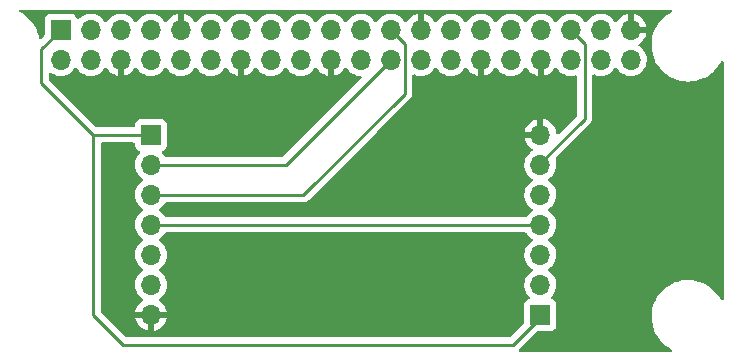
<source format=gbr>
G04 #@! TF.GenerationSoftware,KiCad,Pcbnew,(6.0.4)*
G04 #@! TF.CreationDate,2022-04-30T09:59:48+01:00*
G04 #@! TF.ProjectId,ANI_mirror_mask,414e495f-6d69-4727-926f-725f6d61736b,1.0*
G04 #@! TF.SameCoordinates,Original*
G04 #@! TF.FileFunction,Copper,L1,Top*
G04 #@! TF.FilePolarity,Positive*
%FSLAX46Y46*%
G04 Gerber Fmt 4.6, Leading zero omitted, Abs format (unit mm)*
G04 Created by KiCad (PCBNEW (6.0.4)) date 2022-04-30 09:59:48*
%MOMM*%
%LPD*%
G01*
G04 APERTURE LIST*
G04 #@! TA.AperFunction,ComponentPad*
%ADD10R,1.700000X1.700000*%
G04 #@! TD*
G04 #@! TA.AperFunction,ComponentPad*
%ADD11O,1.700000X1.700000*%
G04 #@! TD*
G04 #@! TA.AperFunction,Conductor*
%ADD12C,0.250000*%
G04 #@! TD*
G04 APERTURE END LIST*
D10*
X133547000Y-102188000D03*
D11*
X133547000Y-104728000D03*
X133547000Y-107268000D03*
X133547000Y-109808000D03*
X133547000Y-112348000D03*
X133547000Y-114888000D03*
X133547000Y-117428000D03*
X166517000Y-102188000D03*
X166517000Y-104728000D03*
X166517000Y-107268000D03*
X166517000Y-109808000D03*
X166517000Y-112348000D03*
X166517000Y-114888000D03*
D10*
X166517000Y-117428000D03*
X125902000Y-93293000D03*
D11*
X125902000Y-95833000D03*
X128442000Y-93293000D03*
X128442000Y-95833000D03*
X130982000Y-93293000D03*
X130982000Y-95833000D03*
X133522000Y-93293000D03*
X133522000Y-95833000D03*
X136062000Y-93293000D03*
X136062000Y-95833000D03*
X138602000Y-93293000D03*
X138602000Y-95833000D03*
X141142000Y-93293000D03*
X141142000Y-95833000D03*
X143682000Y-93293000D03*
X143682000Y-95833000D03*
X146222000Y-93293000D03*
X146222000Y-95833000D03*
X148762000Y-93293000D03*
X148762000Y-95833000D03*
X151302000Y-93293000D03*
X151302000Y-95833000D03*
X153842000Y-93293000D03*
X153842000Y-95833000D03*
X156382000Y-93293000D03*
X156382000Y-95833000D03*
X158922000Y-93293000D03*
X158922000Y-95833000D03*
X161462000Y-93293000D03*
X161462000Y-95833000D03*
X164002000Y-93293000D03*
X164002000Y-95833000D03*
X166542000Y-93293000D03*
X166542000Y-95833000D03*
X169082000Y-93293000D03*
X169082000Y-95833000D03*
X171622000Y-93293000D03*
X171622000Y-95833000D03*
X174162000Y-93293000D03*
X174162000Y-95833000D03*
D12*
X124256521Y-97792521D02*
X128652000Y-102188000D01*
X128652000Y-102188000D02*
X133757000Y-102188000D01*
X125902000Y-93293000D02*
X124256521Y-94938479D01*
X166332000Y-117428000D02*
X166332000Y-117848000D01*
X131192000Y-119968000D02*
X128652000Y-117428000D01*
X166332000Y-117848000D02*
X164212000Y-119968000D01*
X124256521Y-94938479D02*
X124256521Y-97792521D01*
X164212000Y-119968000D02*
X131192000Y-119968000D01*
X128652000Y-117428000D02*
X128652000Y-102188000D01*
X166332000Y-109808000D02*
X133757000Y-109808000D01*
X133757000Y-107268000D02*
X146432000Y-107268000D01*
X155016511Y-94467511D02*
X153842000Y-93293000D01*
X155016511Y-98683489D02*
X155016511Y-94467511D01*
X146432000Y-107268000D02*
X155016511Y-98683489D01*
X170256511Y-100803489D02*
X170256511Y-94467511D01*
X166332000Y-104728000D02*
X170256511Y-100803489D01*
X170256511Y-94467511D02*
X169082000Y-93293000D01*
X144947000Y-104728000D02*
X153842000Y-95833000D01*
X133757000Y-104728000D02*
X144947000Y-104728000D01*
G04 #@! TA.AperFunction,Conductor*
G36*
X177613421Y-91596502D02*
G01*
X177659914Y-91650158D01*
X177670018Y-91720432D01*
X177640524Y-91785012D01*
X177606866Y-91812435D01*
X177366498Y-91947047D01*
X177366493Y-91947050D01*
X177363381Y-91948793D01*
X177360485Y-91950878D01*
X177360480Y-91950881D01*
X177225062Y-92048369D01*
X177077605Y-92154523D01*
X177074969Y-92156917D01*
X177074967Y-92156919D01*
X176897733Y-92317907D01*
X176816954Y-92391281D01*
X176795425Y-92415830D01*
X176620770Y-92614986D01*
X176584781Y-92656023D01*
X176384071Y-92945347D01*
X176382380Y-92948494D01*
X176382377Y-92948499D01*
X176333749Y-93039000D01*
X176217402Y-93255532D01*
X176086919Y-93582590D01*
X175994299Y-93922317D01*
X175993757Y-93925839D01*
X175941858Y-94263032D01*
X175940732Y-94270345D01*
X175940592Y-94273909D01*
X175928243Y-94588229D01*
X175926908Y-94622200D01*
X175953004Y-94973358D01*
X176018684Y-95319304D01*
X176123104Y-95655592D01*
X176124545Y-95658867D01*
X176186511Y-95799695D01*
X176264921Y-95977897D01*
X176442313Y-96282076D01*
X176652999Y-96564219D01*
X176655443Y-96566817D01*
X176655448Y-96566823D01*
X176884097Y-96809883D01*
X176894270Y-96820697D01*
X176960532Y-96876792D01*
X177137925Y-97026966D01*
X177163024Y-97048214D01*
X177165988Y-97050194D01*
X177165990Y-97050196D01*
X177449711Y-97239772D01*
X177455807Y-97243845D01*
X177458989Y-97245484D01*
X177458991Y-97245485D01*
X177765670Y-97403436D01*
X177765675Y-97403438D01*
X177768853Y-97405075D01*
X177772194Y-97406341D01*
X177772199Y-97406343D01*
X177961140Y-97477926D01*
X178098139Y-97529830D01*
X178101603Y-97530710D01*
X178101607Y-97530711D01*
X178435963Y-97615627D01*
X178435971Y-97615629D01*
X178439430Y-97616507D01*
X178611152Y-97639878D01*
X178785347Y-97663585D01*
X178785354Y-97663586D01*
X178788340Y-97663992D01*
X178903081Y-97668500D01*
X179121198Y-97668500D01*
X179262756Y-97660462D01*
X179379992Y-97653805D01*
X179379999Y-97653804D01*
X179383560Y-97653602D01*
X179521883Y-97629834D01*
X179727082Y-97594575D01*
X179727090Y-97594573D01*
X179730600Y-97593970D01*
X179734025Y-97592972D01*
X179734028Y-97592971D01*
X180065221Y-97496436D01*
X180068659Y-97495434D01*
X180393390Y-97359263D01*
X180596556Y-97245485D01*
X180697502Y-97188953D01*
X180697507Y-97188950D01*
X180700619Y-97187207D01*
X180703515Y-97185122D01*
X180703520Y-97185119D01*
X180877694Y-97059731D01*
X180986395Y-96981477D01*
X181018581Y-96952242D01*
X181244405Y-96747118D01*
X181244406Y-96747117D01*
X181247046Y-96744719D01*
X181427214Y-96539277D01*
X181476868Y-96482658D01*
X181476869Y-96482656D01*
X181479219Y-96479977D01*
X181501669Y-96447616D01*
X181583360Y-96329857D01*
X181679929Y-96190653D01*
X181786509Y-95992299D01*
X181836371Y-95941761D01*
X181905641Y-95926202D01*
X181972327Y-95950564D01*
X182015256Y-96007112D01*
X182023500Y-96051939D01*
X182023500Y-116076756D01*
X182003498Y-116144877D01*
X181949842Y-116191370D01*
X181879568Y-116201474D01*
X181814988Y-116171980D01*
X181788657Y-116140232D01*
X181691571Y-115973756D01*
X181621687Y-115853924D01*
X181411001Y-115571781D01*
X181408557Y-115569183D01*
X181408552Y-115569177D01*
X181172180Y-115317907D01*
X181172176Y-115317904D01*
X181169730Y-115315303D01*
X180979809Y-115154523D01*
X180903698Y-115090090D01*
X180903694Y-115090087D01*
X180900976Y-115087786D01*
X180706600Y-114957908D01*
X180611170Y-114894144D01*
X180611168Y-114894143D01*
X180608193Y-114892155D01*
X180600126Y-114888000D01*
X180298330Y-114732564D01*
X180298325Y-114732562D01*
X180295147Y-114730925D01*
X180291806Y-114729659D01*
X180291801Y-114729657D01*
X179969205Y-114607437D01*
X179969206Y-114607437D01*
X179965861Y-114606170D01*
X179962397Y-114605290D01*
X179962393Y-114605289D01*
X179628037Y-114520373D01*
X179628029Y-114520371D01*
X179624570Y-114519493D01*
X179452848Y-114496122D01*
X179278653Y-114472415D01*
X179278646Y-114472414D01*
X179275660Y-114472008D01*
X179160919Y-114467500D01*
X178942802Y-114467500D01*
X178801244Y-114475538D01*
X178684008Y-114482195D01*
X178684001Y-114482196D01*
X178680440Y-114482398D01*
X178542117Y-114506166D01*
X178336918Y-114541425D01*
X178336910Y-114541427D01*
X178333400Y-114542030D01*
X178329975Y-114543028D01*
X178329972Y-114543029D01*
X178116370Y-114605289D01*
X177995341Y-114640566D01*
X177992039Y-114641951D01*
X177992038Y-114641951D01*
X177923904Y-114670522D01*
X177670610Y-114776737D01*
X177540571Y-114849562D01*
X177366498Y-114947047D01*
X177366493Y-114947050D01*
X177363381Y-114948793D01*
X177360485Y-114950878D01*
X177360480Y-114950881D01*
X177213761Y-115056504D01*
X177077605Y-115154523D01*
X177074969Y-115156917D01*
X177074967Y-115156919D01*
X176897733Y-115317907D01*
X176816954Y-115391281D01*
X176814603Y-115393962D01*
X176646683Y-115585438D01*
X176584781Y-115656023D01*
X176384071Y-115945347D01*
X176382381Y-115948492D01*
X176382377Y-115948499D01*
X176283364Y-116132771D01*
X176217402Y-116255532D01*
X176086919Y-116582590D01*
X175994299Y-116922317D01*
X175993757Y-116925839D01*
X175956173Y-117170027D01*
X175940732Y-117270345D01*
X175940592Y-117273909D01*
X175929089Y-117566700D01*
X175926908Y-117622200D01*
X175953004Y-117973358D01*
X176018684Y-118319304D01*
X176019742Y-118322713D01*
X176019744Y-118322719D01*
X176037673Y-118380460D01*
X176123104Y-118655592D01*
X176124545Y-118658867D01*
X176157914Y-118734703D01*
X176264921Y-118977897D01*
X176442313Y-119282076D01*
X176652999Y-119564219D01*
X176655443Y-119566817D01*
X176655448Y-119566823D01*
X176891820Y-119818093D01*
X176894270Y-119820697D01*
X176896999Y-119823007D01*
X177086652Y-119983560D01*
X177163024Y-120048214D01*
X177165988Y-120050194D01*
X177165990Y-120050196D01*
X177367917Y-120185119D01*
X177455807Y-120243845D01*
X177458989Y-120245484D01*
X177458991Y-120245485D01*
X177606552Y-120321484D01*
X177657954Y-120370457D01*
X177674720Y-120439446D01*
X177651525Y-120506547D01*
X177595736Y-120550456D01*
X177548860Y-120559500D01*
X164820594Y-120559500D01*
X164752473Y-120539498D01*
X164705980Y-120485842D01*
X164695876Y-120415568D01*
X164725370Y-120350988D01*
X164731499Y-120344405D01*
X166252500Y-118823405D01*
X166314812Y-118789379D01*
X166341595Y-118786500D01*
X167415134Y-118786500D01*
X167477316Y-118779745D01*
X167613705Y-118728615D01*
X167730261Y-118641261D01*
X167817615Y-118524705D01*
X167868745Y-118388316D01*
X167875500Y-118326134D01*
X167875500Y-116529866D01*
X167868745Y-116467684D01*
X167817615Y-116331295D01*
X167730261Y-116214739D01*
X167613705Y-116127385D01*
X167586905Y-116117338D01*
X167495203Y-116082960D01*
X167438439Y-116040318D01*
X167413739Y-115973756D01*
X167428947Y-115904408D01*
X167450493Y-115875727D01*
X167468251Y-115858031D01*
X167555096Y-115771489D01*
X167614594Y-115688689D01*
X167682435Y-115594277D01*
X167685453Y-115590077D01*
X167693080Y-115574646D01*
X167782136Y-115394453D01*
X167782137Y-115394451D01*
X167784430Y-115389811D01*
X167849370Y-115176069D01*
X167878529Y-114954590D01*
X167880006Y-114894144D01*
X167880074Y-114891365D01*
X167880074Y-114891361D01*
X167880156Y-114888000D01*
X167861852Y-114665361D01*
X167807431Y-114448702D01*
X167718354Y-114243840D01*
X167597014Y-114056277D01*
X167446670Y-113891051D01*
X167442619Y-113887852D01*
X167442615Y-113887848D01*
X167275414Y-113755800D01*
X167275410Y-113755798D01*
X167271359Y-113752598D01*
X167230053Y-113729796D01*
X167180084Y-113679364D01*
X167165312Y-113609921D01*
X167190428Y-113543516D01*
X167217780Y-113516909D01*
X167261603Y-113485650D01*
X167396860Y-113389173D01*
X167555096Y-113231489D01*
X167614594Y-113148689D01*
X167682435Y-113054277D01*
X167685453Y-113050077D01*
X167784430Y-112849811D01*
X167849370Y-112636069D01*
X167878529Y-112414590D01*
X167880156Y-112348000D01*
X167861852Y-112125361D01*
X167807431Y-111908702D01*
X167718354Y-111703840D01*
X167597014Y-111516277D01*
X167446670Y-111351051D01*
X167442619Y-111347852D01*
X167442615Y-111347848D01*
X167275414Y-111215800D01*
X167275410Y-111215798D01*
X167271359Y-111212598D01*
X167230053Y-111189796D01*
X167180084Y-111139364D01*
X167165312Y-111069921D01*
X167190428Y-111003516D01*
X167217780Y-110976909D01*
X167261603Y-110945650D01*
X167396860Y-110849173D01*
X167555096Y-110691489D01*
X167614594Y-110608689D01*
X167682435Y-110514277D01*
X167685453Y-110510077D01*
X167689145Y-110502608D01*
X167782136Y-110314453D01*
X167782137Y-110314451D01*
X167784430Y-110309811D01*
X167849370Y-110096069D01*
X167878529Y-109874590D01*
X167880156Y-109808000D01*
X167861852Y-109585361D01*
X167807431Y-109368702D01*
X167718354Y-109163840D01*
X167597014Y-108976277D01*
X167446670Y-108811051D01*
X167442619Y-108807852D01*
X167442615Y-108807848D01*
X167275414Y-108675800D01*
X167275410Y-108675798D01*
X167271359Y-108672598D01*
X167230053Y-108649796D01*
X167180084Y-108599364D01*
X167165312Y-108529921D01*
X167190428Y-108463516D01*
X167217780Y-108436909D01*
X167261603Y-108405650D01*
X167396860Y-108309173D01*
X167555096Y-108151489D01*
X167614594Y-108068689D01*
X167682435Y-107974277D01*
X167685453Y-107970077D01*
X167689145Y-107962608D01*
X167782136Y-107774453D01*
X167782137Y-107774451D01*
X167784430Y-107769811D01*
X167849370Y-107556069D01*
X167878529Y-107334590D01*
X167880156Y-107268000D01*
X167861852Y-107045361D01*
X167807431Y-106828702D01*
X167718354Y-106623840D01*
X167597014Y-106436277D01*
X167446670Y-106271051D01*
X167442619Y-106267852D01*
X167442615Y-106267848D01*
X167275414Y-106135800D01*
X167275410Y-106135798D01*
X167271359Y-106132598D01*
X167230053Y-106109796D01*
X167180084Y-106059364D01*
X167165312Y-105989921D01*
X167190428Y-105923516D01*
X167217780Y-105896909D01*
X167261603Y-105865650D01*
X167396860Y-105769173D01*
X167555096Y-105611489D01*
X167614594Y-105528689D01*
X167682435Y-105434277D01*
X167685453Y-105430077D01*
X167689145Y-105422608D01*
X167782136Y-105234453D01*
X167782137Y-105234451D01*
X167784430Y-105229811D01*
X167849370Y-105016069D01*
X167878529Y-104794590D01*
X167880156Y-104728000D01*
X167861852Y-104505361D01*
X167807431Y-104288702D01*
X167799144Y-104269643D01*
X167790323Y-104199199D01*
X167825598Y-104130306D01*
X170648758Y-101307146D01*
X170657048Y-101299602D01*
X170663529Y-101295489D01*
X170710170Y-101245821D01*
X170712924Y-101242980D01*
X170732646Y-101223258D01*
X170735123Y-101220065D01*
X170742828Y-101211044D01*
X170773097Y-101178810D01*
X170776918Y-101171860D01*
X170782857Y-101161057D01*
X170793713Y-101144530D01*
X170801268Y-101134791D01*
X170801269Y-101134789D01*
X170806125Y-101128529D01*
X170823685Y-101087949D01*
X170828902Y-101077301D01*
X170846386Y-101045498D01*
X170846387Y-101045496D01*
X170850206Y-101038549D01*
X170855244Y-101018926D01*
X170861648Y-101000223D01*
X170866544Y-100988909D01*
X170866544Y-100988908D01*
X170869692Y-100981634D01*
X170870931Y-100973811D01*
X170870934Y-100973801D01*
X170876610Y-100937965D01*
X170879016Y-100926345D01*
X170888039Y-100891200D01*
X170888039Y-100891199D01*
X170890011Y-100883519D01*
X170890011Y-100863265D01*
X170891562Y-100843554D01*
X170893491Y-100831375D01*
X170894731Y-100823546D01*
X170890570Y-100779527D01*
X170890011Y-100767670D01*
X170890011Y-97190725D01*
X170910013Y-97122604D01*
X170963669Y-97076111D01*
X171033943Y-97066007D01*
X171060961Y-97073015D01*
X171241692Y-97142030D01*
X171246760Y-97143061D01*
X171246763Y-97143062D01*
X171341862Y-97162410D01*
X171460597Y-97186567D01*
X171465772Y-97186757D01*
X171465774Y-97186757D01*
X171678673Y-97194564D01*
X171678677Y-97194564D01*
X171683837Y-97194753D01*
X171688957Y-97194097D01*
X171688959Y-97194097D01*
X171900288Y-97167025D01*
X171900289Y-97167025D01*
X171905416Y-97166368D01*
X171910376Y-97164880D01*
X172114429Y-97103661D01*
X172114434Y-97103659D01*
X172119384Y-97102174D01*
X172319994Y-97003896D01*
X172501860Y-96874173D01*
X172660096Y-96716489D01*
X172790453Y-96535077D01*
X172791776Y-96536028D01*
X172838645Y-96492857D01*
X172908580Y-96480625D01*
X172974026Y-96508144D01*
X173001875Y-96539994D01*
X173016720Y-96564219D01*
X173061987Y-96638088D01*
X173208250Y-96806938D01*
X173380126Y-96949632D01*
X173573000Y-97062338D01*
X173781692Y-97142030D01*
X173786760Y-97143061D01*
X173786763Y-97143062D01*
X173881862Y-97162410D01*
X174000597Y-97186567D01*
X174005772Y-97186757D01*
X174005774Y-97186757D01*
X174218673Y-97194564D01*
X174218677Y-97194564D01*
X174223837Y-97194753D01*
X174228957Y-97194097D01*
X174228959Y-97194097D01*
X174440288Y-97167025D01*
X174440289Y-97167025D01*
X174445416Y-97166368D01*
X174450376Y-97164880D01*
X174654429Y-97103661D01*
X174654434Y-97103659D01*
X174659384Y-97102174D01*
X174859994Y-97003896D01*
X175041860Y-96874173D01*
X175200096Y-96716489D01*
X175330453Y-96535077D01*
X175333125Y-96529672D01*
X175427136Y-96339453D01*
X175427137Y-96339451D01*
X175429430Y-96334811D01*
X175494370Y-96121069D01*
X175523529Y-95899590D01*
X175525156Y-95833000D01*
X175506852Y-95610361D01*
X175452431Y-95393702D01*
X175363354Y-95188840D01*
X175242014Y-95001277D01*
X175091670Y-94836051D01*
X175087619Y-94832852D01*
X175087615Y-94832848D01*
X174920414Y-94700800D01*
X174920410Y-94700798D01*
X174916359Y-94697598D01*
X174874569Y-94674529D01*
X174824598Y-94624097D01*
X174809826Y-94554654D01*
X174834942Y-94488248D01*
X174862294Y-94461641D01*
X175037328Y-94336792D01*
X175045200Y-94330139D01*
X175196052Y-94179812D01*
X175202730Y-94171965D01*
X175327003Y-93999020D01*
X175332313Y-93990183D01*
X175426670Y-93799267D01*
X175430469Y-93789672D01*
X175492377Y-93585910D01*
X175494555Y-93575837D01*
X175495986Y-93564962D01*
X175493775Y-93550778D01*
X175480617Y-93547000D01*
X174034000Y-93547000D01*
X173965879Y-93526998D01*
X173919386Y-93473342D01*
X173908000Y-93421000D01*
X173908000Y-93020885D01*
X174416000Y-93020885D01*
X174420475Y-93036124D01*
X174421865Y-93037329D01*
X174429548Y-93039000D01*
X175480344Y-93039000D01*
X175493875Y-93035027D01*
X175495180Y-93025947D01*
X175453214Y-92858875D01*
X175449894Y-92849124D01*
X175364972Y-92653814D01*
X175360105Y-92644739D01*
X175244426Y-92465926D01*
X175238136Y-92457757D01*
X175094806Y-92300240D01*
X175087273Y-92293215D01*
X174920139Y-92161222D01*
X174911552Y-92155517D01*
X174725117Y-92052599D01*
X174715705Y-92048369D01*
X174514959Y-91977280D01*
X174504988Y-91974646D01*
X174433837Y-91961972D01*
X174420540Y-91963432D01*
X174416000Y-91977989D01*
X174416000Y-93020885D01*
X173908000Y-93020885D01*
X173908000Y-91976102D01*
X173904082Y-91962758D01*
X173889806Y-91960771D01*
X173851324Y-91966660D01*
X173841288Y-91969051D01*
X173638868Y-92035212D01*
X173629359Y-92039209D01*
X173440463Y-92137542D01*
X173431738Y-92143036D01*
X173261433Y-92270905D01*
X173253726Y-92277748D01*
X173106590Y-92431717D01*
X173100109Y-92439722D01*
X172995498Y-92593074D01*
X172940587Y-92638076D01*
X172870062Y-92646247D01*
X172806315Y-92614993D01*
X172785618Y-92590509D01*
X172704822Y-92465617D01*
X172704820Y-92465614D01*
X172702014Y-92461277D01*
X172551670Y-92296051D01*
X172547619Y-92292852D01*
X172547615Y-92292848D01*
X172380414Y-92160800D01*
X172380410Y-92160798D01*
X172376359Y-92157598D01*
X172367016Y-92152440D01*
X172301785Y-92116431D01*
X172180789Y-92049638D01*
X172175920Y-92047914D01*
X172175916Y-92047912D01*
X171975087Y-91976795D01*
X171975083Y-91976794D01*
X171970212Y-91975069D01*
X171965119Y-91974162D01*
X171965116Y-91974161D01*
X171755373Y-91936800D01*
X171755367Y-91936799D01*
X171750284Y-91935894D01*
X171676452Y-91934992D01*
X171532081Y-91933228D01*
X171532079Y-91933228D01*
X171526911Y-91933165D01*
X171306091Y-91966955D01*
X171093756Y-92036357D01*
X171020757Y-92074358D01*
X170939936Y-92116431D01*
X170895607Y-92139507D01*
X170891474Y-92142610D01*
X170891471Y-92142612D01*
X170721100Y-92270530D01*
X170716965Y-92273635D01*
X170713393Y-92277373D01*
X170605729Y-92390037D01*
X170562629Y-92435138D01*
X170455201Y-92592621D01*
X170400293Y-92637621D01*
X170329768Y-92645792D01*
X170266021Y-92614538D01*
X170245324Y-92590054D01*
X170164822Y-92465617D01*
X170164820Y-92465614D01*
X170162014Y-92461277D01*
X170011670Y-92296051D01*
X170007619Y-92292852D01*
X170007615Y-92292848D01*
X169840414Y-92160800D01*
X169840410Y-92160798D01*
X169836359Y-92157598D01*
X169827016Y-92152440D01*
X169761785Y-92116431D01*
X169640789Y-92049638D01*
X169635920Y-92047914D01*
X169635916Y-92047912D01*
X169435087Y-91976795D01*
X169435083Y-91976794D01*
X169430212Y-91975069D01*
X169425119Y-91974162D01*
X169425116Y-91974161D01*
X169215373Y-91936800D01*
X169215367Y-91936799D01*
X169210284Y-91935894D01*
X169136452Y-91934992D01*
X168992081Y-91933228D01*
X168992079Y-91933228D01*
X168986911Y-91933165D01*
X168766091Y-91966955D01*
X168553756Y-92036357D01*
X168480757Y-92074358D01*
X168399936Y-92116431D01*
X168355607Y-92139507D01*
X168351474Y-92142610D01*
X168351471Y-92142612D01*
X168181100Y-92270530D01*
X168176965Y-92273635D01*
X168173393Y-92277373D01*
X168065729Y-92390037D01*
X168022629Y-92435138D01*
X167915201Y-92592621D01*
X167860293Y-92637621D01*
X167789768Y-92645792D01*
X167726021Y-92614538D01*
X167705324Y-92590054D01*
X167624822Y-92465617D01*
X167624820Y-92465614D01*
X167622014Y-92461277D01*
X167471670Y-92296051D01*
X167467619Y-92292852D01*
X167467615Y-92292848D01*
X167300414Y-92160800D01*
X167300410Y-92160798D01*
X167296359Y-92157598D01*
X167287016Y-92152440D01*
X167221785Y-92116431D01*
X167100789Y-92049638D01*
X167095920Y-92047914D01*
X167095916Y-92047912D01*
X166895087Y-91976795D01*
X166895083Y-91976794D01*
X166890212Y-91975069D01*
X166885119Y-91974162D01*
X166885116Y-91974161D01*
X166675373Y-91936800D01*
X166675367Y-91936799D01*
X166670284Y-91935894D01*
X166596452Y-91934992D01*
X166452081Y-91933228D01*
X166452079Y-91933228D01*
X166446911Y-91933165D01*
X166226091Y-91966955D01*
X166013756Y-92036357D01*
X165940757Y-92074358D01*
X165859936Y-92116431D01*
X165815607Y-92139507D01*
X165811474Y-92142610D01*
X165811471Y-92142612D01*
X165641100Y-92270530D01*
X165636965Y-92273635D01*
X165633393Y-92277373D01*
X165525729Y-92390037D01*
X165482629Y-92435138D01*
X165375201Y-92592621D01*
X165320293Y-92637621D01*
X165249768Y-92645792D01*
X165186021Y-92614538D01*
X165165324Y-92590054D01*
X165084822Y-92465617D01*
X165084820Y-92465614D01*
X165082014Y-92461277D01*
X164931670Y-92296051D01*
X164927619Y-92292852D01*
X164927615Y-92292848D01*
X164760414Y-92160800D01*
X164760410Y-92160798D01*
X164756359Y-92157598D01*
X164747016Y-92152440D01*
X164681785Y-92116431D01*
X164560789Y-92049638D01*
X164555920Y-92047914D01*
X164555916Y-92047912D01*
X164355087Y-91976795D01*
X164355083Y-91976794D01*
X164350212Y-91975069D01*
X164345119Y-91974162D01*
X164345116Y-91974161D01*
X164135373Y-91936800D01*
X164135367Y-91936799D01*
X164130284Y-91935894D01*
X164056452Y-91934992D01*
X163912081Y-91933228D01*
X163912079Y-91933228D01*
X163906911Y-91933165D01*
X163686091Y-91966955D01*
X163473756Y-92036357D01*
X163400757Y-92074358D01*
X163319936Y-92116431D01*
X163275607Y-92139507D01*
X163271474Y-92142610D01*
X163271471Y-92142612D01*
X163101100Y-92270530D01*
X163096965Y-92273635D01*
X163093393Y-92277373D01*
X162985729Y-92390037D01*
X162942629Y-92435138D01*
X162835201Y-92592621D01*
X162780293Y-92637621D01*
X162709768Y-92645792D01*
X162646021Y-92614538D01*
X162625324Y-92590054D01*
X162544822Y-92465617D01*
X162544820Y-92465614D01*
X162542014Y-92461277D01*
X162391670Y-92296051D01*
X162387619Y-92292852D01*
X162387615Y-92292848D01*
X162220414Y-92160800D01*
X162220410Y-92160798D01*
X162216359Y-92157598D01*
X162207016Y-92152440D01*
X162141785Y-92116431D01*
X162020789Y-92049638D01*
X162015920Y-92047914D01*
X162015916Y-92047912D01*
X161815087Y-91976795D01*
X161815083Y-91976794D01*
X161810212Y-91975069D01*
X161805119Y-91974162D01*
X161805116Y-91974161D01*
X161595373Y-91936800D01*
X161595367Y-91936799D01*
X161590284Y-91935894D01*
X161516452Y-91934992D01*
X161372081Y-91933228D01*
X161372079Y-91933228D01*
X161366911Y-91933165D01*
X161146091Y-91966955D01*
X160933756Y-92036357D01*
X160860757Y-92074358D01*
X160779936Y-92116431D01*
X160735607Y-92139507D01*
X160731474Y-92142610D01*
X160731471Y-92142612D01*
X160561100Y-92270530D01*
X160556965Y-92273635D01*
X160553393Y-92277373D01*
X160445729Y-92390037D01*
X160402629Y-92435138D01*
X160295201Y-92592621D01*
X160240293Y-92637621D01*
X160169768Y-92645792D01*
X160106021Y-92614538D01*
X160085324Y-92590054D01*
X160004822Y-92465617D01*
X160004820Y-92465614D01*
X160002014Y-92461277D01*
X159851670Y-92296051D01*
X159847619Y-92292852D01*
X159847615Y-92292848D01*
X159680414Y-92160800D01*
X159680410Y-92160798D01*
X159676359Y-92157598D01*
X159667016Y-92152440D01*
X159601785Y-92116431D01*
X159480789Y-92049638D01*
X159475920Y-92047914D01*
X159475916Y-92047912D01*
X159275087Y-91976795D01*
X159275083Y-91976794D01*
X159270212Y-91975069D01*
X159265119Y-91974162D01*
X159265116Y-91974161D01*
X159055373Y-91936800D01*
X159055367Y-91936799D01*
X159050284Y-91935894D01*
X158976452Y-91934992D01*
X158832081Y-91933228D01*
X158832079Y-91933228D01*
X158826911Y-91933165D01*
X158606091Y-91966955D01*
X158393756Y-92036357D01*
X158320757Y-92074358D01*
X158239936Y-92116431D01*
X158195607Y-92139507D01*
X158191474Y-92142610D01*
X158191471Y-92142612D01*
X158021100Y-92270530D01*
X158016965Y-92273635D01*
X158013393Y-92277373D01*
X157905729Y-92390037D01*
X157862629Y-92435138D01*
X157755204Y-92592618D01*
X157754898Y-92593066D01*
X157699987Y-92638069D01*
X157629462Y-92646240D01*
X157565715Y-92614986D01*
X157545018Y-92590502D01*
X157464426Y-92465926D01*
X157458136Y-92457757D01*
X157314806Y-92300240D01*
X157307273Y-92293215D01*
X157140139Y-92161222D01*
X157131552Y-92155517D01*
X156945117Y-92052599D01*
X156935705Y-92048369D01*
X156734959Y-91977280D01*
X156724988Y-91974646D01*
X156653837Y-91961972D01*
X156640540Y-91963432D01*
X156636000Y-91977989D01*
X156636000Y-93421000D01*
X156615998Y-93489121D01*
X156562342Y-93535614D01*
X156510000Y-93547000D01*
X156254000Y-93547000D01*
X156185879Y-93526998D01*
X156139386Y-93473342D01*
X156128000Y-93421000D01*
X156128000Y-91976102D01*
X156124082Y-91962758D01*
X156109806Y-91960771D01*
X156071324Y-91966660D01*
X156061288Y-91969051D01*
X155858868Y-92035212D01*
X155849359Y-92039209D01*
X155660463Y-92137542D01*
X155651738Y-92143036D01*
X155481433Y-92270905D01*
X155473726Y-92277748D01*
X155326590Y-92431717D01*
X155320109Y-92439722D01*
X155215498Y-92593074D01*
X155160587Y-92638076D01*
X155090062Y-92646247D01*
X155026315Y-92614993D01*
X155005618Y-92590509D01*
X154924822Y-92465617D01*
X154924820Y-92465614D01*
X154922014Y-92461277D01*
X154771670Y-92296051D01*
X154767619Y-92292852D01*
X154767615Y-92292848D01*
X154600414Y-92160800D01*
X154600410Y-92160798D01*
X154596359Y-92157598D01*
X154587016Y-92152440D01*
X154521785Y-92116431D01*
X154400789Y-92049638D01*
X154395920Y-92047914D01*
X154395916Y-92047912D01*
X154195087Y-91976795D01*
X154195083Y-91976794D01*
X154190212Y-91975069D01*
X154185119Y-91974162D01*
X154185116Y-91974161D01*
X153975373Y-91936800D01*
X153975367Y-91936799D01*
X153970284Y-91935894D01*
X153896452Y-91934992D01*
X153752081Y-91933228D01*
X153752079Y-91933228D01*
X153746911Y-91933165D01*
X153526091Y-91966955D01*
X153313756Y-92036357D01*
X153240757Y-92074358D01*
X153159936Y-92116431D01*
X153115607Y-92139507D01*
X153111474Y-92142610D01*
X153111471Y-92142612D01*
X152941100Y-92270530D01*
X152936965Y-92273635D01*
X152933393Y-92277373D01*
X152825729Y-92390037D01*
X152782629Y-92435138D01*
X152675201Y-92592621D01*
X152620293Y-92637621D01*
X152549768Y-92645792D01*
X152486021Y-92614538D01*
X152465324Y-92590054D01*
X152384822Y-92465617D01*
X152384820Y-92465614D01*
X152382014Y-92461277D01*
X152231670Y-92296051D01*
X152227619Y-92292852D01*
X152227615Y-92292848D01*
X152060414Y-92160800D01*
X152060410Y-92160798D01*
X152056359Y-92157598D01*
X152047016Y-92152440D01*
X151981785Y-92116431D01*
X151860789Y-92049638D01*
X151855920Y-92047914D01*
X151855916Y-92047912D01*
X151655087Y-91976795D01*
X151655083Y-91976794D01*
X151650212Y-91975069D01*
X151645119Y-91974162D01*
X151645116Y-91974161D01*
X151435373Y-91936800D01*
X151435367Y-91936799D01*
X151430284Y-91935894D01*
X151356452Y-91934992D01*
X151212081Y-91933228D01*
X151212079Y-91933228D01*
X151206911Y-91933165D01*
X150986091Y-91966955D01*
X150773756Y-92036357D01*
X150700757Y-92074358D01*
X150619936Y-92116431D01*
X150575607Y-92139507D01*
X150571474Y-92142610D01*
X150571471Y-92142612D01*
X150401100Y-92270530D01*
X150396965Y-92273635D01*
X150393393Y-92277373D01*
X150285729Y-92390037D01*
X150242629Y-92435138D01*
X150135201Y-92592621D01*
X150080293Y-92637621D01*
X150009768Y-92645792D01*
X149946021Y-92614538D01*
X149925324Y-92590054D01*
X149844822Y-92465617D01*
X149844820Y-92465614D01*
X149842014Y-92461277D01*
X149691670Y-92296051D01*
X149687619Y-92292852D01*
X149687615Y-92292848D01*
X149520414Y-92160800D01*
X149520410Y-92160798D01*
X149516359Y-92157598D01*
X149507016Y-92152440D01*
X149441785Y-92116431D01*
X149320789Y-92049638D01*
X149315920Y-92047914D01*
X149315916Y-92047912D01*
X149115087Y-91976795D01*
X149115083Y-91976794D01*
X149110212Y-91975069D01*
X149105119Y-91974162D01*
X149105116Y-91974161D01*
X148895373Y-91936800D01*
X148895367Y-91936799D01*
X148890284Y-91935894D01*
X148816452Y-91934992D01*
X148672081Y-91933228D01*
X148672079Y-91933228D01*
X148666911Y-91933165D01*
X148446091Y-91966955D01*
X148233756Y-92036357D01*
X148160757Y-92074358D01*
X148079936Y-92116431D01*
X148035607Y-92139507D01*
X148031474Y-92142610D01*
X148031471Y-92142612D01*
X147861100Y-92270530D01*
X147856965Y-92273635D01*
X147853393Y-92277373D01*
X147745729Y-92390037D01*
X147702629Y-92435138D01*
X147595201Y-92592621D01*
X147540293Y-92637621D01*
X147469768Y-92645792D01*
X147406021Y-92614538D01*
X147385324Y-92590054D01*
X147304822Y-92465617D01*
X147304820Y-92465614D01*
X147302014Y-92461277D01*
X147151670Y-92296051D01*
X147147619Y-92292852D01*
X147147615Y-92292848D01*
X146980414Y-92160800D01*
X146980410Y-92160798D01*
X146976359Y-92157598D01*
X146967016Y-92152440D01*
X146901785Y-92116431D01*
X146780789Y-92049638D01*
X146775920Y-92047914D01*
X146775916Y-92047912D01*
X146575087Y-91976795D01*
X146575083Y-91976794D01*
X146570212Y-91975069D01*
X146565119Y-91974162D01*
X146565116Y-91974161D01*
X146355373Y-91936800D01*
X146355367Y-91936799D01*
X146350284Y-91935894D01*
X146276452Y-91934992D01*
X146132081Y-91933228D01*
X146132079Y-91933228D01*
X146126911Y-91933165D01*
X145906091Y-91966955D01*
X145693756Y-92036357D01*
X145620757Y-92074358D01*
X145539936Y-92116431D01*
X145495607Y-92139507D01*
X145491474Y-92142610D01*
X145491471Y-92142612D01*
X145321100Y-92270530D01*
X145316965Y-92273635D01*
X145313393Y-92277373D01*
X145205729Y-92390037D01*
X145162629Y-92435138D01*
X145055201Y-92592621D01*
X145000293Y-92637621D01*
X144929768Y-92645792D01*
X144866021Y-92614538D01*
X144845324Y-92590054D01*
X144764822Y-92465617D01*
X144764820Y-92465614D01*
X144762014Y-92461277D01*
X144611670Y-92296051D01*
X144607619Y-92292852D01*
X144607615Y-92292848D01*
X144440414Y-92160800D01*
X144440410Y-92160798D01*
X144436359Y-92157598D01*
X144427016Y-92152440D01*
X144361785Y-92116431D01*
X144240789Y-92049638D01*
X144235920Y-92047914D01*
X144235916Y-92047912D01*
X144035087Y-91976795D01*
X144035083Y-91976794D01*
X144030212Y-91975069D01*
X144025119Y-91974162D01*
X144025116Y-91974161D01*
X143815373Y-91936800D01*
X143815367Y-91936799D01*
X143810284Y-91935894D01*
X143736452Y-91934992D01*
X143592081Y-91933228D01*
X143592079Y-91933228D01*
X143586911Y-91933165D01*
X143366091Y-91966955D01*
X143153756Y-92036357D01*
X143080757Y-92074358D01*
X142999936Y-92116431D01*
X142955607Y-92139507D01*
X142951474Y-92142610D01*
X142951471Y-92142612D01*
X142781100Y-92270530D01*
X142776965Y-92273635D01*
X142773393Y-92277373D01*
X142665729Y-92390037D01*
X142622629Y-92435138D01*
X142515201Y-92592621D01*
X142460293Y-92637621D01*
X142389768Y-92645792D01*
X142326021Y-92614538D01*
X142305324Y-92590054D01*
X142224822Y-92465617D01*
X142224820Y-92465614D01*
X142222014Y-92461277D01*
X142071670Y-92296051D01*
X142067619Y-92292852D01*
X142067615Y-92292848D01*
X141900414Y-92160800D01*
X141900410Y-92160798D01*
X141896359Y-92157598D01*
X141887016Y-92152440D01*
X141821785Y-92116431D01*
X141700789Y-92049638D01*
X141695920Y-92047914D01*
X141695916Y-92047912D01*
X141495087Y-91976795D01*
X141495083Y-91976794D01*
X141490212Y-91975069D01*
X141485119Y-91974162D01*
X141485116Y-91974161D01*
X141275373Y-91936800D01*
X141275367Y-91936799D01*
X141270284Y-91935894D01*
X141196452Y-91934992D01*
X141052081Y-91933228D01*
X141052079Y-91933228D01*
X141046911Y-91933165D01*
X140826091Y-91966955D01*
X140613756Y-92036357D01*
X140540757Y-92074358D01*
X140459936Y-92116431D01*
X140415607Y-92139507D01*
X140411474Y-92142610D01*
X140411471Y-92142612D01*
X140241100Y-92270530D01*
X140236965Y-92273635D01*
X140233393Y-92277373D01*
X140125729Y-92390037D01*
X140082629Y-92435138D01*
X139975201Y-92592621D01*
X139920293Y-92637621D01*
X139849768Y-92645792D01*
X139786021Y-92614538D01*
X139765324Y-92590054D01*
X139684822Y-92465617D01*
X139684820Y-92465614D01*
X139682014Y-92461277D01*
X139531670Y-92296051D01*
X139527619Y-92292852D01*
X139527615Y-92292848D01*
X139360414Y-92160800D01*
X139360410Y-92160798D01*
X139356359Y-92157598D01*
X139347016Y-92152440D01*
X139281785Y-92116431D01*
X139160789Y-92049638D01*
X139155920Y-92047914D01*
X139155916Y-92047912D01*
X138955087Y-91976795D01*
X138955083Y-91976794D01*
X138950212Y-91975069D01*
X138945119Y-91974162D01*
X138945116Y-91974161D01*
X138735373Y-91936800D01*
X138735367Y-91936799D01*
X138730284Y-91935894D01*
X138656452Y-91934992D01*
X138512081Y-91933228D01*
X138512079Y-91933228D01*
X138506911Y-91933165D01*
X138286091Y-91966955D01*
X138073756Y-92036357D01*
X138000757Y-92074358D01*
X137919936Y-92116431D01*
X137875607Y-92139507D01*
X137871474Y-92142610D01*
X137871471Y-92142612D01*
X137701100Y-92270530D01*
X137696965Y-92273635D01*
X137693393Y-92277373D01*
X137585729Y-92390037D01*
X137542629Y-92435138D01*
X137435204Y-92592618D01*
X137434898Y-92593066D01*
X137379987Y-92638069D01*
X137309462Y-92646240D01*
X137245715Y-92614986D01*
X137225018Y-92590502D01*
X137144426Y-92465926D01*
X137138136Y-92457757D01*
X136994806Y-92300240D01*
X136987273Y-92293215D01*
X136820139Y-92161222D01*
X136811552Y-92155517D01*
X136625117Y-92052599D01*
X136615705Y-92048369D01*
X136414959Y-91977280D01*
X136404988Y-91974646D01*
X136333837Y-91961972D01*
X136320540Y-91963432D01*
X136316000Y-91977989D01*
X136316000Y-93421000D01*
X136295998Y-93489121D01*
X136242342Y-93535614D01*
X136190000Y-93547000D01*
X135934000Y-93547000D01*
X135865879Y-93526998D01*
X135819386Y-93473342D01*
X135808000Y-93421000D01*
X135808000Y-91976102D01*
X135804082Y-91962758D01*
X135789806Y-91960771D01*
X135751324Y-91966660D01*
X135741288Y-91969051D01*
X135538868Y-92035212D01*
X135529359Y-92039209D01*
X135340463Y-92137542D01*
X135331738Y-92143036D01*
X135161433Y-92270905D01*
X135153726Y-92277748D01*
X135006590Y-92431717D01*
X135000109Y-92439722D01*
X134895498Y-92593074D01*
X134840587Y-92638076D01*
X134770062Y-92646247D01*
X134706315Y-92614993D01*
X134685618Y-92590509D01*
X134604822Y-92465617D01*
X134604820Y-92465614D01*
X134602014Y-92461277D01*
X134451670Y-92296051D01*
X134447619Y-92292852D01*
X134447615Y-92292848D01*
X134280414Y-92160800D01*
X134280410Y-92160798D01*
X134276359Y-92157598D01*
X134267016Y-92152440D01*
X134201785Y-92116431D01*
X134080789Y-92049638D01*
X134075920Y-92047914D01*
X134075916Y-92047912D01*
X133875087Y-91976795D01*
X133875083Y-91976794D01*
X133870212Y-91975069D01*
X133865119Y-91974162D01*
X133865116Y-91974161D01*
X133655373Y-91936800D01*
X133655367Y-91936799D01*
X133650284Y-91935894D01*
X133576452Y-91934992D01*
X133432081Y-91933228D01*
X133432079Y-91933228D01*
X133426911Y-91933165D01*
X133206091Y-91966955D01*
X132993756Y-92036357D01*
X132920757Y-92074358D01*
X132839936Y-92116431D01*
X132795607Y-92139507D01*
X132791474Y-92142610D01*
X132791471Y-92142612D01*
X132621100Y-92270530D01*
X132616965Y-92273635D01*
X132613393Y-92277373D01*
X132505729Y-92390037D01*
X132462629Y-92435138D01*
X132355201Y-92592621D01*
X132300293Y-92637621D01*
X132229768Y-92645792D01*
X132166021Y-92614538D01*
X132145324Y-92590054D01*
X132064822Y-92465617D01*
X132064820Y-92465614D01*
X132062014Y-92461277D01*
X131911670Y-92296051D01*
X131907619Y-92292852D01*
X131907615Y-92292848D01*
X131740414Y-92160800D01*
X131740410Y-92160798D01*
X131736359Y-92157598D01*
X131727016Y-92152440D01*
X131661785Y-92116431D01*
X131540789Y-92049638D01*
X131535920Y-92047914D01*
X131535916Y-92047912D01*
X131335087Y-91976795D01*
X131335083Y-91976794D01*
X131330212Y-91975069D01*
X131325119Y-91974162D01*
X131325116Y-91974161D01*
X131115373Y-91936800D01*
X131115367Y-91936799D01*
X131110284Y-91935894D01*
X131036452Y-91934992D01*
X130892081Y-91933228D01*
X130892079Y-91933228D01*
X130886911Y-91933165D01*
X130666091Y-91966955D01*
X130453756Y-92036357D01*
X130380757Y-92074358D01*
X130299936Y-92116431D01*
X130255607Y-92139507D01*
X130251474Y-92142610D01*
X130251471Y-92142612D01*
X130081100Y-92270530D01*
X130076965Y-92273635D01*
X130073393Y-92277373D01*
X129965729Y-92390037D01*
X129922629Y-92435138D01*
X129815201Y-92592621D01*
X129760293Y-92637621D01*
X129689768Y-92645792D01*
X129626021Y-92614538D01*
X129605324Y-92590054D01*
X129524822Y-92465617D01*
X129524820Y-92465614D01*
X129522014Y-92461277D01*
X129371670Y-92296051D01*
X129367619Y-92292852D01*
X129367615Y-92292848D01*
X129200414Y-92160800D01*
X129200410Y-92160798D01*
X129196359Y-92157598D01*
X129187016Y-92152440D01*
X129121785Y-92116431D01*
X129000789Y-92049638D01*
X128995920Y-92047914D01*
X128995916Y-92047912D01*
X128795087Y-91976795D01*
X128795083Y-91976794D01*
X128790212Y-91975069D01*
X128785119Y-91974162D01*
X128785116Y-91974161D01*
X128575373Y-91936800D01*
X128575367Y-91936799D01*
X128570284Y-91935894D01*
X128496452Y-91934992D01*
X128352081Y-91933228D01*
X128352079Y-91933228D01*
X128346911Y-91933165D01*
X128126091Y-91966955D01*
X127913756Y-92036357D01*
X127840757Y-92074358D01*
X127759936Y-92116431D01*
X127715607Y-92139507D01*
X127711474Y-92142610D01*
X127711471Y-92142612D01*
X127541100Y-92270530D01*
X127536965Y-92273635D01*
X127480537Y-92332684D01*
X127456283Y-92358064D01*
X127394759Y-92393494D01*
X127323846Y-92390037D01*
X127266060Y-92348791D01*
X127247207Y-92315243D01*
X127205767Y-92204703D01*
X127202615Y-92196295D01*
X127115261Y-92079739D01*
X126998705Y-91992385D01*
X126862316Y-91941255D01*
X126800134Y-91934500D01*
X125003866Y-91934500D01*
X124941684Y-91941255D01*
X124805295Y-91992385D01*
X124688739Y-92079739D01*
X124601385Y-92196295D01*
X124550255Y-92332684D01*
X124543500Y-92394866D01*
X124543500Y-93703405D01*
X124523498Y-93771526D01*
X124506595Y-93792500D01*
X124283508Y-94015587D01*
X124221196Y-94049613D01*
X124150381Y-94044548D01*
X124093545Y-94002001D01*
X124070624Y-93949995D01*
X124045983Y-93820208D01*
X124045982Y-93820204D01*
X124045316Y-93816696D01*
X124039905Y-93799267D01*
X123969673Y-93573086D01*
X123940896Y-93480408D01*
X123858435Y-93293000D01*
X123800522Y-93161382D01*
X123800520Y-93161379D01*
X123799079Y-93158103D01*
X123621687Y-92853924D01*
X123411001Y-92571781D01*
X123408557Y-92569183D01*
X123408552Y-92569177D01*
X123172180Y-92317907D01*
X123172176Y-92317904D01*
X123169730Y-92315303D01*
X122979809Y-92154523D01*
X122903698Y-92090090D01*
X122903694Y-92090087D01*
X122900976Y-92087786D01*
X122847624Y-92052137D01*
X122611170Y-91894144D01*
X122611168Y-91894143D01*
X122608193Y-91892155D01*
X122457448Y-91814516D01*
X122406046Y-91765543D01*
X122389280Y-91696554D01*
X122412475Y-91629453D01*
X122468264Y-91585544D01*
X122515140Y-91576500D01*
X177545300Y-91576500D01*
X177613421Y-91596502D01*
G37*
G04 #@! TD.AperFunction*
G04 #@! TA.AperFunction,Conductor*
G36*
X132130621Y-102841502D02*
G01*
X132177114Y-102895158D01*
X132188500Y-102947500D01*
X132188500Y-103086134D01*
X132195255Y-103148316D01*
X132246385Y-103284705D01*
X132333739Y-103401261D01*
X132450295Y-103488615D01*
X132458704Y-103491767D01*
X132458705Y-103491768D01*
X132567451Y-103532535D01*
X132624216Y-103575176D01*
X132648916Y-103641738D01*
X132633709Y-103711087D01*
X132614316Y-103737568D01*
X132487629Y-103870138D01*
X132361743Y-104054680D01*
X132267688Y-104257305D01*
X132207989Y-104472570D01*
X132184251Y-104694695D01*
X132184548Y-104699848D01*
X132184548Y-104699851D01*
X132190011Y-104794590D01*
X132197110Y-104917715D01*
X132198247Y-104922761D01*
X132198248Y-104922767D01*
X132218119Y-105010939D01*
X132246222Y-105135639D01*
X132306014Y-105282890D01*
X132323662Y-105326351D01*
X132330266Y-105342616D01*
X132446987Y-105533088D01*
X132593250Y-105701938D01*
X132765126Y-105844632D01*
X132835595Y-105885811D01*
X132838445Y-105887476D01*
X132887169Y-105939114D01*
X132900240Y-106008897D01*
X132873509Y-106074669D01*
X132833055Y-106108027D01*
X132820607Y-106114507D01*
X132816474Y-106117610D01*
X132816471Y-106117612D01*
X132792247Y-106135800D01*
X132641965Y-106248635D01*
X132487629Y-106410138D01*
X132361743Y-106594680D01*
X132267688Y-106797305D01*
X132207989Y-107012570D01*
X132184251Y-107234695D01*
X132184548Y-107239848D01*
X132184548Y-107239851D01*
X132190011Y-107334590D01*
X132197110Y-107457715D01*
X132198247Y-107462761D01*
X132198248Y-107462767D01*
X132218119Y-107550939D01*
X132246222Y-107675639D01*
X132306014Y-107822890D01*
X132323662Y-107866351D01*
X132330266Y-107882616D01*
X132446987Y-108073088D01*
X132593250Y-108241938D01*
X132765126Y-108384632D01*
X132835595Y-108425811D01*
X132838445Y-108427476D01*
X132887169Y-108479114D01*
X132900240Y-108548897D01*
X132873509Y-108614669D01*
X132833055Y-108648027D01*
X132820607Y-108654507D01*
X132816474Y-108657610D01*
X132816471Y-108657612D01*
X132792247Y-108675800D01*
X132641965Y-108788635D01*
X132487629Y-108950138D01*
X132361743Y-109134680D01*
X132267688Y-109337305D01*
X132207989Y-109552570D01*
X132184251Y-109774695D01*
X132184548Y-109779848D01*
X132184548Y-109779851D01*
X132190011Y-109874590D01*
X132197110Y-109997715D01*
X132198247Y-110002761D01*
X132198248Y-110002767D01*
X132218119Y-110090939D01*
X132246222Y-110215639D01*
X132330266Y-110422616D01*
X132332965Y-110427020D01*
X132444291Y-110608688D01*
X132446987Y-110613088D01*
X132593250Y-110781938D01*
X132765126Y-110924632D01*
X132835595Y-110965811D01*
X132838445Y-110967476D01*
X132887169Y-111019114D01*
X132900240Y-111088897D01*
X132873509Y-111154669D01*
X132833055Y-111188027D01*
X132820607Y-111194507D01*
X132816474Y-111197610D01*
X132816471Y-111197612D01*
X132792247Y-111215800D01*
X132641965Y-111328635D01*
X132487629Y-111490138D01*
X132361743Y-111674680D01*
X132267688Y-111877305D01*
X132207989Y-112092570D01*
X132184251Y-112314695D01*
X132184548Y-112319848D01*
X132184548Y-112319851D01*
X132190011Y-112414590D01*
X132197110Y-112537715D01*
X132198247Y-112542761D01*
X132198248Y-112542767D01*
X132218119Y-112630939D01*
X132246222Y-112755639D01*
X132330266Y-112962616D01*
X132446987Y-113153088D01*
X132593250Y-113321938D01*
X132765126Y-113464632D01*
X132835595Y-113505811D01*
X132838445Y-113507476D01*
X132887169Y-113559114D01*
X132900240Y-113628897D01*
X132873509Y-113694669D01*
X132833055Y-113728027D01*
X132820607Y-113734507D01*
X132816474Y-113737610D01*
X132816471Y-113737612D01*
X132792247Y-113755800D01*
X132641965Y-113868635D01*
X132487629Y-114030138D01*
X132361743Y-114214680D01*
X132267688Y-114417305D01*
X132207989Y-114632570D01*
X132184251Y-114854695D01*
X132184548Y-114859848D01*
X132184548Y-114859851D01*
X132190011Y-114954590D01*
X132197110Y-115077715D01*
X132198247Y-115082761D01*
X132198248Y-115082767D01*
X132218119Y-115170939D01*
X132246222Y-115295639D01*
X132330266Y-115502616D01*
X132372650Y-115571781D01*
X132424274Y-115656023D01*
X132446987Y-115693088D01*
X132593250Y-115861938D01*
X132765126Y-116004632D01*
X132826196Y-116040318D01*
X132838955Y-116047774D01*
X132887679Y-116099412D01*
X132900750Y-116169195D01*
X132874019Y-116234967D01*
X132833562Y-116268327D01*
X132825457Y-116272546D01*
X132816738Y-116278036D01*
X132646433Y-116405905D01*
X132638726Y-116412748D01*
X132491590Y-116566717D01*
X132485104Y-116574727D01*
X132365098Y-116750649D01*
X132360000Y-116759623D01*
X132270338Y-116952783D01*
X132266775Y-116962470D01*
X132211389Y-117162183D01*
X132212912Y-117170607D01*
X132225292Y-117174000D01*
X134865344Y-117174000D01*
X134878875Y-117170027D01*
X134880180Y-117160947D01*
X134838214Y-116993875D01*
X134834894Y-116984124D01*
X134749972Y-116788814D01*
X134745105Y-116779739D01*
X134629426Y-116600926D01*
X134623136Y-116592757D01*
X134479806Y-116435240D01*
X134472273Y-116428215D01*
X134305139Y-116296222D01*
X134296556Y-116290520D01*
X134259602Y-116270120D01*
X134209631Y-116219687D01*
X134194859Y-116150245D01*
X134219975Y-116083839D01*
X134247327Y-116057232D01*
X134271040Y-116040318D01*
X134426860Y-115929173D01*
X134585096Y-115771489D01*
X134644594Y-115688689D01*
X134712435Y-115594277D01*
X134715453Y-115590077D01*
X134723080Y-115574646D01*
X134812136Y-115394453D01*
X134812137Y-115394451D01*
X134814430Y-115389811D01*
X134879370Y-115176069D01*
X134908529Y-114954590D01*
X134910006Y-114894144D01*
X134910074Y-114891365D01*
X134910074Y-114891361D01*
X134910156Y-114888000D01*
X134891852Y-114665361D01*
X134837431Y-114448702D01*
X134748354Y-114243840D01*
X134627014Y-114056277D01*
X134476670Y-113891051D01*
X134472619Y-113887852D01*
X134472615Y-113887848D01*
X134305414Y-113755800D01*
X134305410Y-113755798D01*
X134301359Y-113752598D01*
X134260053Y-113729796D01*
X134210084Y-113679364D01*
X134195312Y-113609921D01*
X134220428Y-113543516D01*
X134247780Y-113516909D01*
X134291603Y-113485650D01*
X134426860Y-113389173D01*
X134585096Y-113231489D01*
X134644594Y-113148689D01*
X134712435Y-113054277D01*
X134715453Y-113050077D01*
X134814430Y-112849811D01*
X134879370Y-112636069D01*
X134908529Y-112414590D01*
X134910156Y-112348000D01*
X134891852Y-112125361D01*
X134837431Y-111908702D01*
X134748354Y-111703840D01*
X134627014Y-111516277D01*
X134476670Y-111351051D01*
X134472619Y-111347852D01*
X134472615Y-111347848D01*
X134305414Y-111215800D01*
X134305410Y-111215798D01*
X134301359Y-111212598D01*
X134260053Y-111189796D01*
X134210084Y-111139364D01*
X134195312Y-111069921D01*
X134220428Y-111003516D01*
X134247780Y-110976909D01*
X134291603Y-110945650D01*
X134426860Y-110849173D01*
X134585096Y-110691489D01*
X134644594Y-110608689D01*
X134712435Y-110514277D01*
X134715453Y-110510077D01*
X134717746Y-110505437D01*
X134719446Y-110502608D01*
X134771674Y-110454518D01*
X134827451Y-110441500D01*
X165241274Y-110441500D01*
X165309395Y-110461502D01*
X165348707Y-110501665D01*
X165416987Y-110613088D01*
X165563250Y-110781938D01*
X165735126Y-110924632D01*
X165805595Y-110965811D01*
X165808445Y-110967476D01*
X165857169Y-111019114D01*
X165870240Y-111088897D01*
X165843509Y-111154669D01*
X165803055Y-111188027D01*
X165790607Y-111194507D01*
X165786474Y-111197610D01*
X165786471Y-111197612D01*
X165762247Y-111215800D01*
X165611965Y-111328635D01*
X165457629Y-111490138D01*
X165331743Y-111674680D01*
X165237688Y-111877305D01*
X165177989Y-112092570D01*
X165154251Y-112314695D01*
X165154548Y-112319848D01*
X165154548Y-112319851D01*
X165160011Y-112414590D01*
X165167110Y-112537715D01*
X165168247Y-112542761D01*
X165168248Y-112542767D01*
X165188119Y-112630939D01*
X165216222Y-112755639D01*
X165300266Y-112962616D01*
X165416987Y-113153088D01*
X165563250Y-113321938D01*
X165735126Y-113464632D01*
X165805595Y-113505811D01*
X165808445Y-113507476D01*
X165857169Y-113559114D01*
X165870240Y-113628897D01*
X165843509Y-113694669D01*
X165803055Y-113728027D01*
X165790607Y-113734507D01*
X165786474Y-113737610D01*
X165786471Y-113737612D01*
X165762247Y-113755800D01*
X165611965Y-113868635D01*
X165457629Y-114030138D01*
X165331743Y-114214680D01*
X165237688Y-114417305D01*
X165177989Y-114632570D01*
X165154251Y-114854695D01*
X165154548Y-114859848D01*
X165154548Y-114859851D01*
X165160011Y-114954590D01*
X165167110Y-115077715D01*
X165168247Y-115082761D01*
X165168248Y-115082767D01*
X165188119Y-115170939D01*
X165216222Y-115295639D01*
X165300266Y-115502616D01*
X165342650Y-115571781D01*
X165394274Y-115656023D01*
X165416987Y-115693088D01*
X165563250Y-115861938D01*
X165567230Y-115865242D01*
X165571981Y-115869187D01*
X165611616Y-115928090D01*
X165613113Y-115999071D01*
X165575997Y-116059593D01*
X165535724Y-116084112D01*
X165420295Y-116127385D01*
X165303739Y-116214739D01*
X165216385Y-116331295D01*
X165165255Y-116467684D01*
X165158500Y-116529866D01*
X165158500Y-118073406D01*
X165138498Y-118141527D01*
X165121595Y-118162501D01*
X163986500Y-119297595D01*
X163924188Y-119331621D01*
X163897405Y-119334500D01*
X131506595Y-119334500D01*
X131438474Y-119314498D01*
X131417500Y-119297595D01*
X129815871Y-117695966D01*
X132215257Y-117695966D01*
X132245565Y-117830446D01*
X132248645Y-117840275D01*
X132328770Y-118037603D01*
X132333413Y-118046794D01*
X132444694Y-118228388D01*
X132450777Y-118236699D01*
X132590213Y-118397667D01*
X132597580Y-118404883D01*
X132761434Y-118540916D01*
X132769881Y-118546831D01*
X132953756Y-118654279D01*
X132963042Y-118658729D01*
X133162001Y-118734703D01*
X133171899Y-118737579D01*
X133275250Y-118758606D01*
X133289299Y-118757410D01*
X133293000Y-118747065D01*
X133293000Y-118746517D01*
X133801000Y-118746517D01*
X133805064Y-118760359D01*
X133818478Y-118762393D01*
X133825184Y-118761534D01*
X133835262Y-118759392D01*
X134039255Y-118698191D01*
X134048842Y-118694433D01*
X134240095Y-118600739D01*
X134248945Y-118595464D01*
X134422328Y-118471792D01*
X134430200Y-118465139D01*
X134581052Y-118314812D01*
X134587730Y-118306965D01*
X134712003Y-118134020D01*
X134717313Y-118125183D01*
X134811670Y-117934267D01*
X134815469Y-117924672D01*
X134877377Y-117720910D01*
X134879555Y-117710837D01*
X134880986Y-117699962D01*
X134878775Y-117685778D01*
X134865617Y-117682000D01*
X133819115Y-117682000D01*
X133803876Y-117686475D01*
X133802671Y-117687865D01*
X133801000Y-117695548D01*
X133801000Y-118746517D01*
X133293000Y-118746517D01*
X133293000Y-117700115D01*
X133288525Y-117684876D01*
X133287135Y-117683671D01*
X133279452Y-117682000D01*
X132230225Y-117682000D01*
X132216694Y-117685973D01*
X132215257Y-117695966D01*
X129815871Y-117695966D01*
X129322405Y-117202500D01*
X129288379Y-117140188D01*
X129285500Y-117113405D01*
X129285500Y-102947500D01*
X129305502Y-102879379D01*
X129359158Y-102832886D01*
X129411500Y-102821500D01*
X132062500Y-102821500D01*
X132130621Y-102841502D01*
G37*
G04 #@! TD.AperFunction*
G04 #@! TA.AperFunction,Conductor*
G36*
X161658121Y-95599002D02*
G01*
X161704614Y-95652658D01*
X161716000Y-95705000D01*
X161716000Y-97151517D01*
X161720064Y-97165359D01*
X161733478Y-97167393D01*
X161740184Y-97166534D01*
X161750262Y-97164392D01*
X161954255Y-97103191D01*
X161963842Y-97099433D01*
X162155095Y-97005739D01*
X162163945Y-97000464D01*
X162337328Y-96876792D01*
X162345200Y-96870139D01*
X162496052Y-96719812D01*
X162502730Y-96711965D01*
X162630022Y-96534819D01*
X162631279Y-96535722D01*
X162678373Y-96492362D01*
X162748311Y-96480145D01*
X162813751Y-96507678D01*
X162841579Y-96539511D01*
X162856720Y-96564219D01*
X162901987Y-96638088D01*
X163048250Y-96806938D01*
X163220126Y-96949632D01*
X163413000Y-97062338D01*
X163621692Y-97142030D01*
X163626760Y-97143061D01*
X163626763Y-97143062D01*
X163721862Y-97162410D01*
X163840597Y-97186567D01*
X163845772Y-97186757D01*
X163845774Y-97186757D01*
X164058673Y-97194564D01*
X164058677Y-97194564D01*
X164063837Y-97194753D01*
X164068957Y-97194097D01*
X164068959Y-97194097D01*
X164280288Y-97167025D01*
X164280289Y-97167025D01*
X164285416Y-97166368D01*
X164290376Y-97164880D01*
X164494429Y-97103661D01*
X164494434Y-97103659D01*
X164499384Y-97102174D01*
X164699994Y-97003896D01*
X164881860Y-96874173D01*
X165040096Y-96716489D01*
X165170453Y-96535077D01*
X165171640Y-96535930D01*
X165218960Y-96492362D01*
X165288897Y-96480145D01*
X165354338Y-96507678D01*
X165382166Y-96539511D01*
X165439694Y-96633388D01*
X165445777Y-96641699D01*
X165585213Y-96802667D01*
X165592580Y-96809883D01*
X165756434Y-96945916D01*
X165764881Y-96951831D01*
X165948756Y-97059279D01*
X165958042Y-97063729D01*
X166157001Y-97139703D01*
X166166899Y-97142579D01*
X166270250Y-97163606D01*
X166284299Y-97162410D01*
X166288000Y-97152065D01*
X166288000Y-95705000D01*
X166308002Y-95636879D01*
X166361658Y-95590386D01*
X166414000Y-95579000D01*
X166670000Y-95579000D01*
X166738121Y-95599002D01*
X166784614Y-95652658D01*
X166796000Y-95705000D01*
X166796000Y-97151517D01*
X166800064Y-97165359D01*
X166813478Y-97167393D01*
X166820184Y-97166534D01*
X166830262Y-97164392D01*
X167034255Y-97103191D01*
X167043842Y-97099433D01*
X167235095Y-97005739D01*
X167243945Y-97000464D01*
X167417328Y-96876792D01*
X167425200Y-96870139D01*
X167576052Y-96719812D01*
X167582730Y-96711965D01*
X167710022Y-96534819D01*
X167711279Y-96535722D01*
X167758373Y-96492362D01*
X167828311Y-96480145D01*
X167893751Y-96507678D01*
X167921579Y-96539511D01*
X167936720Y-96564219D01*
X167981987Y-96638088D01*
X168128250Y-96806938D01*
X168300126Y-96949632D01*
X168493000Y-97062338D01*
X168701692Y-97142030D01*
X168706760Y-97143061D01*
X168706763Y-97143062D01*
X168801862Y-97162410D01*
X168920597Y-97186567D01*
X168925772Y-97186757D01*
X168925774Y-97186757D01*
X169138673Y-97194564D01*
X169138677Y-97194564D01*
X169143837Y-97194753D01*
X169148957Y-97194097D01*
X169148959Y-97194097D01*
X169360288Y-97167025D01*
X169360289Y-97167025D01*
X169365416Y-97166368D01*
X169370373Y-97164881D01*
X169370377Y-97164880D01*
X169460803Y-97137751D01*
X169531798Y-97137333D01*
X169591749Y-97175365D01*
X169621621Y-97239772D01*
X169623011Y-97258436D01*
X169623011Y-100488895D01*
X169603009Y-100557016D01*
X169586106Y-100577990D01*
X168079358Y-102084738D01*
X168017047Y-102118763D01*
X167946232Y-102113698D01*
X167889396Y-102071151D01*
X167864688Y-102005964D01*
X167861781Y-101970605D01*
X167860096Y-101960424D01*
X167808214Y-101753875D01*
X167804894Y-101744124D01*
X167719972Y-101548814D01*
X167715105Y-101539739D01*
X167599426Y-101360926D01*
X167593136Y-101352757D01*
X167449806Y-101195240D01*
X167442273Y-101188215D01*
X167275139Y-101056222D01*
X167266552Y-101050517D01*
X167080117Y-100947599D01*
X167070705Y-100943369D01*
X166869959Y-100872280D01*
X166859988Y-100869646D01*
X166788837Y-100856972D01*
X166775540Y-100858432D01*
X166771000Y-100872989D01*
X166771000Y-102316000D01*
X166750998Y-102384121D01*
X166697342Y-102430614D01*
X166645000Y-102442000D01*
X165200225Y-102442000D01*
X165186694Y-102445973D01*
X165185257Y-102455966D01*
X165215565Y-102590446D01*
X165218645Y-102600275D01*
X165298770Y-102797603D01*
X165303413Y-102806794D01*
X165414694Y-102988388D01*
X165420777Y-102996699D01*
X165560213Y-103157667D01*
X165567580Y-103164883D01*
X165731434Y-103300916D01*
X165739881Y-103306831D01*
X165808969Y-103347203D01*
X165857693Y-103398842D01*
X165870764Y-103468625D01*
X165844033Y-103534396D01*
X165803584Y-103567752D01*
X165790607Y-103574507D01*
X165786474Y-103577610D01*
X165786471Y-103577612D01*
X165662567Y-103670642D01*
X165611965Y-103708635D01*
X165457629Y-103870138D01*
X165331743Y-104054680D01*
X165237688Y-104257305D01*
X165177989Y-104472570D01*
X165154251Y-104694695D01*
X165154548Y-104699848D01*
X165154548Y-104699851D01*
X165160011Y-104794590D01*
X165167110Y-104917715D01*
X165168247Y-104922761D01*
X165168248Y-104922767D01*
X165188119Y-105010939D01*
X165216222Y-105135639D01*
X165276014Y-105282890D01*
X165293662Y-105326351D01*
X165300266Y-105342616D01*
X165416987Y-105533088D01*
X165563250Y-105701938D01*
X165735126Y-105844632D01*
X165805595Y-105885811D01*
X165808445Y-105887476D01*
X165857169Y-105939114D01*
X165870240Y-106008897D01*
X165843509Y-106074669D01*
X165803055Y-106108027D01*
X165790607Y-106114507D01*
X165786474Y-106117610D01*
X165786471Y-106117612D01*
X165762247Y-106135800D01*
X165611965Y-106248635D01*
X165457629Y-106410138D01*
X165331743Y-106594680D01*
X165237688Y-106797305D01*
X165177989Y-107012570D01*
X165154251Y-107234695D01*
X165154548Y-107239848D01*
X165154548Y-107239851D01*
X165160011Y-107334590D01*
X165167110Y-107457715D01*
X165168247Y-107462761D01*
X165168248Y-107462767D01*
X165188119Y-107550939D01*
X165216222Y-107675639D01*
X165276014Y-107822890D01*
X165293662Y-107866351D01*
X165300266Y-107882616D01*
X165416987Y-108073088D01*
X165563250Y-108241938D01*
X165735126Y-108384632D01*
X165805595Y-108425811D01*
X165808445Y-108427476D01*
X165857169Y-108479114D01*
X165870240Y-108548897D01*
X165843509Y-108614669D01*
X165803055Y-108648027D01*
X165790607Y-108654507D01*
X165786474Y-108657610D01*
X165786471Y-108657612D01*
X165762247Y-108675800D01*
X165611965Y-108788635D01*
X165457629Y-108950138D01*
X165454715Y-108954410D01*
X165454714Y-108954411D01*
X165342095Y-109119504D01*
X165287184Y-109164507D01*
X165238007Y-109174500D01*
X134823805Y-109174500D01*
X134755684Y-109154498D01*
X134718013Y-109116940D01*
X134629822Y-108980617D01*
X134629820Y-108980614D01*
X134627014Y-108976277D01*
X134476670Y-108811051D01*
X134472619Y-108807852D01*
X134472615Y-108807848D01*
X134305414Y-108675800D01*
X134305410Y-108675798D01*
X134301359Y-108672598D01*
X134260053Y-108649796D01*
X134210084Y-108599364D01*
X134195312Y-108529921D01*
X134220428Y-108463516D01*
X134247780Y-108436909D01*
X134291603Y-108405650D01*
X134426860Y-108309173D01*
X134585096Y-108151489D01*
X134644594Y-108068689D01*
X134712435Y-107974277D01*
X134715453Y-107970077D01*
X134717746Y-107965437D01*
X134719446Y-107962608D01*
X134771674Y-107914518D01*
X134827451Y-107901500D01*
X146353233Y-107901500D01*
X146364416Y-107902027D01*
X146371909Y-107903702D01*
X146379835Y-107903453D01*
X146379836Y-107903453D01*
X146439986Y-107901562D01*
X146443945Y-107901500D01*
X146471856Y-107901500D01*
X146475791Y-107901003D01*
X146475856Y-107900995D01*
X146487693Y-107900062D01*
X146519951Y-107899048D01*
X146523970Y-107898922D01*
X146531889Y-107898673D01*
X146551343Y-107893021D01*
X146570700Y-107889013D01*
X146582930Y-107887468D01*
X146582931Y-107887468D01*
X146590797Y-107886474D01*
X146598168Y-107883555D01*
X146598170Y-107883555D01*
X146631912Y-107870196D01*
X146643142Y-107866351D01*
X146677983Y-107856229D01*
X146677984Y-107856229D01*
X146685593Y-107854018D01*
X146692412Y-107849985D01*
X146692417Y-107849983D01*
X146703028Y-107843707D01*
X146720776Y-107835012D01*
X146739617Y-107827552D01*
X146775387Y-107801564D01*
X146785307Y-107795048D01*
X146816535Y-107776580D01*
X146816538Y-107776578D01*
X146823362Y-107772542D01*
X146837683Y-107758221D01*
X146852717Y-107745380D01*
X146862694Y-107738131D01*
X146869107Y-107733472D01*
X146897298Y-107699395D01*
X146905288Y-107690616D01*
X152673722Y-101922183D01*
X165181389Y-101922183D01*
X165182912Y-101930607D01*
X165195292Y-101934000D01*
X166244885Y-101934000D01*
X166260124Y-101929525D01*
X166261329Y-101928135D01*
X166263000Y-101920452D01*
X166263000Y-100871102D01*
X166259082Y-100857758D01*
X166244806Y-100855771D01*
X166206324Y-100861660D01*
X166196288Y-100864051D01*
X165993868Y-100930212D01*
X165984359Y-100934209D01*
X165795463Y-101032542D01*
X165786738Y-101038036D01*
X165616433Y-101165905D01*
X165608726Y-101172748D01*
X165461590Y-101326717D01*
X165455104Y-101334727D01*
X165335098Y-101510649D01*
X165330000Y-101519623D01*
X165240338Y-101712783D01*
X165236775Y-101722470D01*
X165181389Y-101922183D01*
X152673722Y-101922183D01*
X155408764Y-99187141D01*
X155417050Y-99179601D01*
X155423529Y-99175489D01*
X155470155Y-99125837D01*
X155472909Y-99122996D01*
X155492646Y-99103259D01*
X155495126Y-99100062D01*
X155502831Y-99091040D01*
X155527670Y-99064589D01*
X155533097Y-99058810D01*
X155536916Y-99051864D01*
X155536918Y-99051861D01*
X155542859Y-99041055D01*
X155553710Y-99024536D01*
X155561269Y-99014790D01*
X155566125Y-99008530D01*
X155569270Y-99001261D01*
X155569273Y-99001257D01*
X155583685Y-98967952D01*
X155588902Y-98957302D01*
X155610206Y-98918549D01*
X155615244Y-98898926D01*
X155621648Y-98880223D01*
X155626544Y-98868909D01*
X155626544Y-98868908D01*
X155629692Y-98861634D01*
X155630931Y-98853811D01*
X155630934Y-98853801D01*
X155636610Y-98817965D01*
X155639016Y-98806345D01*
X155648039Y-98771200D01*
X155648039Y-98771199D01*
X155650011Y-98763519D01*
X155650011Y-98743265D01*
X155651562Y-98723554D01*
X155653491Y-98711375D01*
X155654731Y-98703546D01*
X155650570Y-98659527D01*
X155650011Y-98647670D01*
X155650011Y-97190725D01*
X155670013Y-97122604D01*
X155723669Y-97076111D01*
X155793943Y-97066007D01*
X155820961Y-97073015D01*
X156001692Y-97142030D01*
X156006760Y-97143061D01*
X156006763Y-97143062D01*
X156101862Y-97162410D01*
X156220597Y-97186567D01*
X156225772Y-97186757D01*
X156225774Y-97186757D01*
X156438673Y-97194564D01*
X156438677Y-97194564D01*
X156443837Y-97194753D01*
X156448957Y-97194097D01*
X156448959Y-97194097D01*
X156660288Y-97167025D01*
X156660289Y-97167025D01*
X156665416Y-97166368D01*
X156670376Y-97164880D01*
X156874429Y-97103661D01*
X156874434Y-97103659D01*
X156879384Y-97102174D01*
X157079994Y-97003896D01*
X157261860Y-96874173D01*
X157420096Y-96716489D01*
X157550453Y-96535077D01*
X157551776Y-96536028D01*
X157598645Y-96492857D01*
X157668580Y-96480625D01*
X157734026Y-96508144D01*
X157761875Y-96539994D01*
X157776720Y-96564219D01*
X157821987Y-96638088D01*
X157968250Y-96806938D01*
X158140126Y-96949632D01*
X158333000Y-97062338D01*
X158541692Y-97142030D01*
X158546760Y-97143061D01*
X158546763Y-97143062D01*
X158641862Y-97162410D01*
X158760597Y-97186567D01*
X158765772Y-97186757D01*
X158765774Y-97186757D01*
X158978673Y-97194564D01*
X158978677Y-97194564D01*
X158983837Y-97194753D01*
X158988957Y-97194097D01*
X158988959Y-97194097D01*
X159200288Y-97167025D01*
X159200289Y-97167025D01*
X159205416Y-97166368D01*
X159210376Y-97164880D01*
X159414429Y-97103661D01*
X159414434Y-97103659D01*
X159419384Y-97102174D01*
X159619994Y-97003896D01*
X159801860Y-96874173D01*
X159960096Y-96716489D01*
X160090453Y-96535077D01*
X160091640Y-96535930D01*
X160138960Y-96492362D01*
X160208897Y-96480145D01*
X160274338Y-96507678D01*
X160302166Y-96539511D01*
X160359694Y-96633388D01*
X160365777Y-96641699D01*
X160505213Y-96802667D01*
X160512580Y-96809883D01*
X160676434Y-96945916D01*
X160684881Y-96951831D01*
X160868756Y-97059279D01*
X160878042Y-97063729D01*
X161077001Y-97139703D01*
X161086899Y-97142579D01*
X161190250Y-97163606D01*
X161204299Y-97162410D01*
X161208000Y-97152065D01*
X161208000Y-95705000D01*
X161228002Y-95636879D01*
X161281658Y-95590386D01*
X161334000Y-95579000D01*
X161590000Y-95579000D01*
X161658121Y-95599002D01*
G37*
G04 #@! TD.AperFunction*
G04 #@! TA.AperFunction,Conductor*
G36*
X131178121Y-95599002D02*
G01*
X131224614Y-95652658D01*
X131236000Y-95705000D01*
X131236000Y-97151517D01*
X131240064Y-97165359D01*
X131253478Y-97167393D01*
X131260184Y-97166534D01*
X131270262Y-97164392D01*
X131474255Y-97103191D01*
X131483842Y-97099433D01*
X131675095Y-97005739D01*
X131683945Y-97000464D01*
X131857328Y-96876792D01*
X131865200Y-96870139D01*
X132016052Y-96719812D01*
X132022730Y-96711965D01*
X132150022Y-96534819D01*
X132151279Y-96535722D01*
X132198373Y-96492362D01*
X132268311Y-96480145D01*
X132333751Y-96507678D01*
X132361579Y-96539511D01*
X132376720Y-96564219D01*
X132421987Y-96638088D01*
X132568250Y-96806938D01*
X132740126Y-96949632D01*
X132933000Y-97062338D01*
X133141692Y-97142030D01*
X133146760Y-97143061D01*
X133146763Y-97143062D01*
X133241862Y-97162410D01*
X133360597Y-97186567D01*
X133365772Y-97186757D01*
X133365774Y-97186757D01*
X133578673Y-97194564D01*
X133578677Y-97194564D01*
X133583837Y-97194753D01*
X133588957Y-97194097D01*
X133588959Y-97194097D01*
X133800288Y-97167025D01*
X133800289Y-97167025D01*
X133805416Y-97166368D01*
X133810376Y-97164880D01*
X134014429Y-97103661D01*
X134014434Y-97103659D01*
X134019384Y-97102174D01*
X134219994Y-97003896D01*
X134401860Y-96874173D01*
X134560096Y-96716489D01*
X134690453Y-96535077D01*
X134691776Y-96536028D01*
X134738645Y-96492857D01*
X134808580Y-96480625D01*
X134874026Y-96508144D01*
X134901875Y-96539994D01*
X134916720Y-96564219D01*
X134961987Y-96638088D01*
X135108250Y-96806938D01*
X135280126Y-96949632D01*
X135473000Y-97062338D01*
X135681692Y-97142030D01*
X135686760Y-97143061D01*
X135686763Y-97143062D01*
X135781862Y-97162410D01*
X135900597Y-97186567D01*
X135905772Y-97186757D01*
X135905774Y-97186757D01*
X136118673Y-97194564D01*
X136118677Y-97194564D01*
X136123837Y-97194753D01*
X136128957Y-97194097D01*
X136128959Y-97194097D01*
X136340288Y-97167025D01*
X136340289Y-97167025D01*
X136345416Y-97166368D01*
X136350376Y-97164880D01*
X136554429Y-97103661D01*
X136554434Y-97103659D01*
X136559384Y-97102174D01*
X136759994Y-97003896D01*
X136941860Y-96874173D01*
X137100096Y-96716489D01*
X137230453Y-96535077D01*
X137231776Y-96536028D01*
X137278645Y-96492857D01*
X137348580Y-96480625D01*
X137414026Y-96508144D01*
X137441875Y-96539994D01*
X137456720Y-96564219D01*
X137501987Y-96638088D01*
X137648250Y-96806938D01*
X137820126Y-96949632D01*
X138013000Y-97062338D01*
X138221692Y-97142030D01*
X138226760Y-97143061D01*
X138226763Y-97143062D01*
X138321862Y-97162410D01*
X138440597Y-97186567D01*
X138445772Y-97186757D01*
X138445774Y-97186757D01*
X138658673Y-97194564D01*
X138658677Y-97194564D01*
X138663837Y-97194753D01*
X138668957Y-97194097D01*
X138668959Y-97194097D01*
X138880288Y-97167025D01*
X138880289Y-97167025D01*
X138885416Y-97166368D01*
X138890376Y-97164880D01*
X139094429Y-97103661D01*
X139094434Y-97103659D01*
X139099384Y-97102174D01*
X139299994Y-97003896D01*
X139481860Y-96874173D01*
X139640096Y-96716489D01*
X139770453Y-96535077D01*
X139771640Y-96535930D01*
X139818960Y-96492362D01*
X139888897Y-96480145D01*
X139954338Y-96507678D01*
X139982166Y-96539511D01*
X140039694Y-96633388D01*
X140045777Y-96641699D01*
X140185213Y-96802667D01*
X140192580Y-96809883D01*
X140356434Y-96945916D01*
X140364881Y-96951831D01*
X140548756Y-97059279D01*
X140558042Y-97063729D01*
X140757001Y-97139703D01*
X140766899Y-97142579D01*
X140870250Y-97163606D01*
X140884299Y-97162410D01*
X140888000Y-97152065D01*
X140888000Y-95705000D01*
X140908002Y-95636879D01*
X140961658Y-95590386D01*
X141014000Y-95579000D01*
X141270000Y-95579000D01*
X141338121Y-95599002D01*
X141384614Y-95652658D01*
X141396000Y-95705000D01*
X141396000Y-97151517D01*
X141400064Y-97165359D01*
X141413478Y-97167393D01*
X141420184Y-97166534D01*
X141430262Y-97164392D01*
X141634255Y-97103191D01*
X141643842Y-97099433D01*
X141835095Y-97005739D01*
X141843945Y-97000464D01*
X142017328Y-96876792D01*
X142025200Y-96870139D01*
X142176052Y-96719812D01*
X142182730Y-96711965D01*
X142310022Y-96534819D01*
X142311279Y-96535722D01*
X142358373Y-96492362D01*
X142428311Y-96480145D01*
X142493751Y-96507678D01*
X142521579Y-96539511D01*
X142536720Y-96564219D01*
X142581987Y-96638088D01*
X142728250Y-96806938D01*
X142900126Y-96949632D01*
X143093000Y-97062338D01*
X143301692Y-97142030D01*
X143306760Y-97143061D01*
X143306763Y-97143062D01*
X143401862Y-97162410D01*
X143520597Y-97186567D01*
X143525772Y-97186757D01*
X143525774Y-97186757D01*
X143738673Y-97194564D01*
X143738677Y-97194564D01*
X143743837Y-97194753D01*
X143748957Y-97194097D01*
X143748959Y-97194097D01*
X143960288Y-97167025D01*
X143960289Y-97167025D01*
X143965416Y-97166368D01*
X143970376Y-97164880D01*
X144174429Y-97103661D01*
X144174434Y-97103659D01*
X144179384Y-97102174D01*
X144379994Y-97003896D01*
X144561860Y-96874173D01*
X144720096Y-96716489D01*
X144850453Y-96535077D01*
X144851776Y-96536028D01*
X144898645Y-96492857D01*
X144968580Y-96480625D01*
X145034026Y-96508144D01*
X145061875Y-96539994D01*
X145076720Y-96564219D01*
X145121987Y-96638088D01*
X145268250Y-96806938D01*
X145440126Y-96949632D01*
X145633000Y-97062338D01*
X145841692Y-97142030D01*
X145846760Y-97143061D01*
X145846763Y-97143062D01*
X145941862Y-97162410D01*
X146060597Y-97186567D01*
X146065772Y-97186757D01*
X146065774Y-97186757D01*
X146278673Y-97194564D01*
X146278677Y-97194564D01*
X146283837Y-97194753D01*
X146288957Y-97194097D01*
X146288959Y-97194097D01*
X146500288Y-97167025D01*
X146500289Y-97167025D01*
X146505416Y-97166368D01*
X146510376Y-97164880D01*
X146714429Y-97103661D01*
X146714434Y-97103659D01*
X146719384Y-97102174D01*
X146919994Y-97003896D01*
X147101860Y-96874173D01*
X147260096Y-96716489D01*
X147390453Y-96535077D01*
X147391640Y-96535930D01*
X147438960Y-96492362D01*
X147508897Y-96480145D01*
X147574338Y-96507678D01*
X147602166Y-96539511D01*
X147659694Y-96633388D01*
X147665777Y-96641699D01*
X147805213Y-96802667D01*
X147812580Y-96809883D01*
X147976434Y-96945916D01*
X147984881Y-96951831D01*
X148168756Y-97059279D01*
X148178042Y-97063729D01*
X148377001Y-97139703D01*
X148386899Y-97142579D01*
X148490250Y-97163606D01*
X148504299Y-97162410D01*
X148508000Y-97152065D01*
X148508000Y-95705000D01*
X148528002Y-95636879D01*
X148581658Y-95590386D01*
X148634000Y-95579000D01*
X148890000Y-95579000D01*
X148958121Y-95599002D01*
X149004614Y-95652658D01*
X149016000Y-95705000D01*
X149016000Y-97151517D01*
X149020064Y-97165359D01*
X149033478Y-97167393D01*
X149040184Y-97166534D01*
X149050262Y-97164392D01*
X149254255Y-97103191D01*
X149263842Y-97099433D01*
X149455095Y-97005739D01*
X149463945Y-97000464D01*
X149637328Y-96876792D01*
X149645200Y-96870139D01*
X149796052Y-96719812D01*
X149802730Y-96711965D01*
X149930022Y-96534819D01*
X149931279Y-96535722D01*
X149978373Y-96492362D01*
X150048311Y-96480145D01*
X150113751Y-96507678D01*
X150141579Y-96539511D01*
X150156720Y-96564219D01*
X150201987Y-96638088D01*
X150348250Y-96806938D01*
X150520126Y-96949632D01*
X150713000Y-97062338D01*
X150921692Y-97142030D01*
X150926760Y-97143061D01*
X150926763Y-97143062D01*
X151021862Y-97162410D01*
X151140597Y-97186567D01*
X151145771Y-97186757D01*
X151145773Y-97186757D01*
X151205665Y-97188953D01*
X151287650Y-97191959D01*
X151354991Y-97214443D01*
X151399487Y-97269767D01*
X151407009Y-97340364D01*
X151372127Y-97406969D01*
X144721500Y-104057595D01*
X144659188Y-104091621D01*
X144632405Y-104094500D01*
X134823805Y-104094500D01*
X134755684Y-104074498D01*
X134718013Y-104036940D01*
X134629822Y-103900617D01*
X134629820Y-103900614D01*
X134627014Y-103896277D01*
X134623532Y-103892450D01*
X134479798Y-103734488D01*
X134448746Y-103670642D01*
X134457141Y-103600143D01*
X134502317Y-103545375D01*
X134528761Y-103531706D01*
X134635297Y-103491767D01*
X134643705Y-103488615D01*
X134760261Y-103401261D01*
X134847615Y-103284705D01*
X134898745Y-103148316D01*
X134905500Y-103086134D01*
X134905500Y-101289866D01*
X134898745Y-101227684D01*
X134847615Y-101091295D01*
X134760261Y-100974739D01*
X134643705Y-100887385D01*
X134507316Y-100836255D01*
X134445134Y-100829500D01*
X132648866Y-100829500D01*
X132586684Y-100836255D01*
X132450295Y-100887385D01*
X132333739Y-100974739D01*
X132246385Y-101091295D01*
X132195255Y-101227684D01*
X132188500Y-101289866D01*
X132188500Y-101428500D01*
X132168498Y-101496621D01*
X132114842Y-101543114D01*
X132062500Y-101554500D01*
X128966594Y-101554500D01*
X128898473Y-101534498D01*
X128877499Y-101517595D01*
X124926926Y-97567021D01*
X124892900Y-97504709D01*
X124890021Y-97477926D01*
X124890021Y-97026966D01*
X124910023Y-96958845D01*
X124963679Y-96912352D01*
X125033953Y-96902248D01*
X125096505Y-96930022D01*
X125120126Y-96949632D01*
X125313000Y-97062338D01*
X125521692Y-97142030D01*
X125526760Y-97143061D01*
X125526763Y-97143062D01*
X125621862Y-97162410D01*
X125740597Y-97186567D01*
X125745772Y-97186757D01*
X125745774Y-97186757D01*
X125958673Y-97194564D01*
X125958677Y-97194564D01*
X125963837Y-97194753D01*
X125968957Y-97194097D01*
X125968959Y-97194097D01*
X126180288Y-97167025D01*
X126180289Y-97167025D01*
X126185416Y-97166368D01*
X126190376Y-97164880D01*
X126394429Y-97103661D01*
X126394434Y-97103659D01*
X126399384Y-97102174D01*
X126599994Y-97003896D01*
X126781860Y-96874173D01*
X126940096Y-96716489D01*
X127070453Y-96535077D01*
X127071776Y-96536028D01*
X127118645Y-96492857D01*
X127188580Y-96480625D01*
X127254026Y-96508144D01*
X127281875Y-96539994D01*
X127296720Y-96564219D01*
X127341987Y-96638088D01*
X127488250Y-96806938D01*
X127660126Y-96949632D01*
X127853000Y-97062338D01*
X128061692Y-97142030D01*
X128066760Y-97143061D01*
X128066763Y-97143062D01*
X128161862Y-97162410D01*
X128280597Y-97186567D01*
X128285772Y-97186757D01*
X128285774Y-97186757D01*
X128498673Y-97194564D01*
X128498677Y-97194564D01*
X128503837Y-97194753D01*
X128508957Y-97194097D01*
X128508959Y-97194097D01*
X128720288Y-97167025D01*
X128720289Y-97167025D01*
X128725416Y-97166368D01*
X128730376Y-97164880D01*
X128934429Y-97103661D01*
X128934434Y-97103659D01*
X128939384Y-97102174D01*
X129139994Y-97003896D01*
X129321860Y-96874173D01*
X129480096Y-96716489D01*
X129610453Y-96535077D01*
X129611640Y-96535930D01*
X129658960Y-96492362D01*
X129728897Y-96480145D01*
X129794338Y-96507678D01*
X129822166Y-96539511D01*
X129879694Y-96633388D01*
X129885777Y-96641699D01*
X130025213Y-96802667D01*
X130032580Y-96809883D01*
X130196434Y-96945916D01*
X130204881Y-96951831D01*
X130388756Y-97059279D01*
X130398042Y-97063729D01*
X130597001Y-97139703D01*
X130606899Y-97142579D01*
X130710250Y-97163606D01*
X130724299Y-97162410D01*
X130728000Y-97152065D01*
X130728000Y-95705000D01*
X130748002Y-95636879D01*
X130801658Y-95590386D01*
X130854000Y-95579000D01*
X131110000Y-95579000D01*
X131178121Y-95599002D01*
G37*
G04 #@! TD.AperFunction*
M02*

</source>
